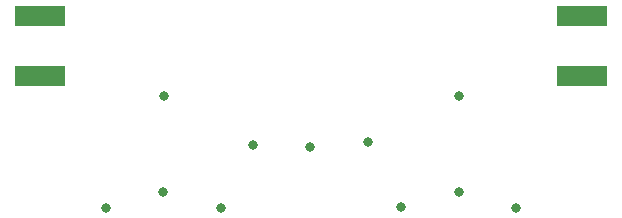
<source format=gbs>
G04*
G04 #@! TF.GenerationSoftware,Altium Limited,Altium Designer,24.9.1 (31)*
G04*
G04 Layer_Color=16711935*
%FSLAX44Y44*%
%MOMM*%
G71*
G04*
G04 #@! TF.SameCoordinates,4F6A3D44-4BAA-4EB1-AB99-C70FB7F5AA8B*
G04*
G04*
G04 #@! TF.FilePolarity,Negative*
G04*
G01*
G75*
%ADD24R,4.2632X1.7232*%
%ADD25C,0.8032*%
D24*
X478957Y298397D02*
D03*
Y247597D02*
D03*
X20207Y297898D02*
D03*
Y247098D02*
D03*
D25*
X374768Y230558D02*
D03*
X124890Y230460D02*
D03*
X76288Y135571D02*
D03*
X249220Y187400D02*
D03*
X124755Y149091D02*
D03*
X173262Y135494D02*
D03*
X297582Y191166D02*
D03*
X200809Y188770D02*
D03*
X326240Y135986D02*
D03*
X374707Y149506D02*
D03*
X423033Y135909D02*
D03*
M02*

</source>
